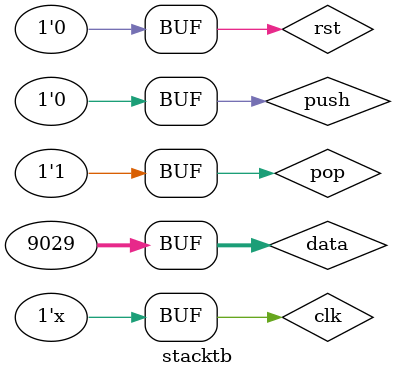
<source format=v>
module stacktb ;
reg push,clk,pop,rst;
reg [31:0] data;
wire [31:0] out;
wire empty,half_full,full,three_quarter_full;
StackStructure Stack01 (data ,pop,push,clk,rst,empty,full,half_full,three_quarter_full,out);


initial
begin
// Initialize the Input

rst=1;
clk=0;
data=32'b0;
pop=0;
push=0;
// Inputs!

  #40;
  rst=0;
  push  = 1'b1;
  data  = 32'hABCD;
  #20;
  data  = 32'h1234;
  #20;
  data  = 32'h2345;
  #20;
  push = 0;
  pop = 1'b1;  
end 
// Make Clk

always #10 clk=~clk;

endmodule
</source>
